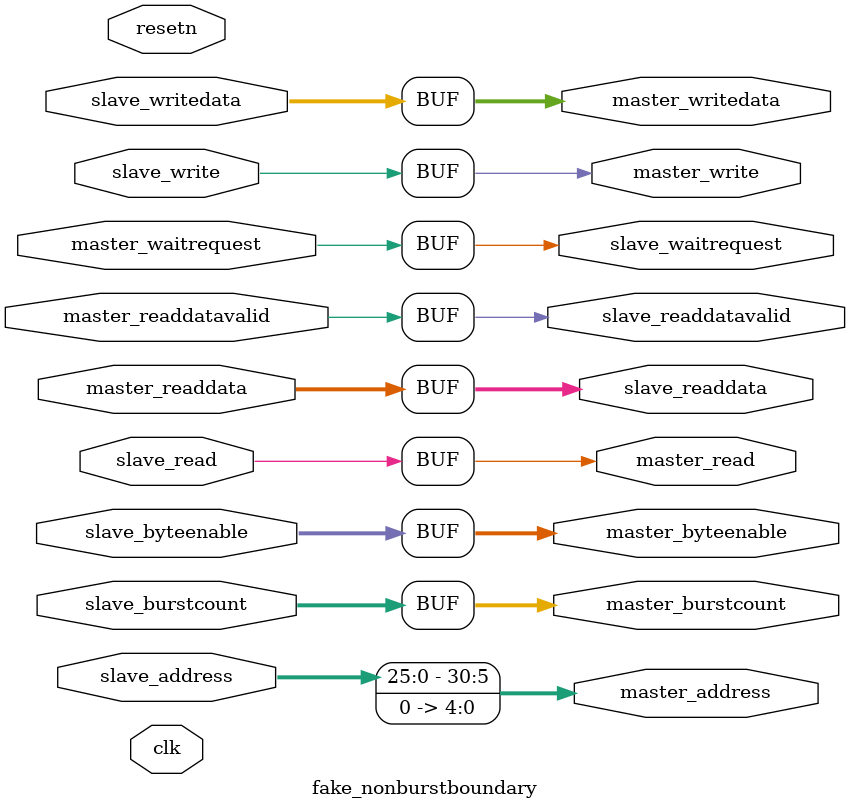
<source format=v>
module fake_nonburstboundary #
(
    parameter WIDTH_D = 256,
    parameter S_WIDTH_A = 26,
    parameter M_WIDTH_A = S_WIDTH_A+$clog2(WIDTH_D/8),
    parameter BURSTCOUNT_WIDTH = 6,
    parameter BYTEENABLE_WIDTH = WIDTH_D,
    parameter MAX_PENDING_READS = 64
)
(
    input clk,
    input resetn,
    input [S_WIDTH_A-1:0] slave_address,  
    input [WIDTH_D-1:0] slave_writedata,
    input slave_read,
    input slave_write,
    input [BURSTCOUNT_WIDTH-1:0] slave_burstcount,
    input [BYTEENABLE_WIDTH-1:0] slave_byteenable,
    output slave_waitrequest,
    output [WIDTH_D-1:0] slave_readdata,
    output slave_readdatavalid,
    output [M_WIDTH_A-1:0] master_address,  
    output [WIDTH_D-1:0] master_writedata,
    output master_read,
    output master_write,
    output [BURSTCOUNT_WIDTH-1:0] master_burstcount,
    output [BYTEENABLE_WIDTH-1:0] master_byteenable,
    input master_waitrequest,
    input [WIDTH_D-1:0] master_readdata,
    input master_readdatavalid
);
assign master_read = slave_read;
assign master_write = slave_write;
assign master_writedata = slave_writedata;
assign master_burstcount = slave_burstcount;
assign master_address = {slave_address,{$clog2(WIDTH_D/8){1'b0}}}; 
assign master_byteenable = slave_byteenable;
assign slave_waitrequest = master_waitrequest;
assign slave_readdatavalid = master_readdatavalid;
assign slave_readdata = master_readdata;
endmodule
</source>
